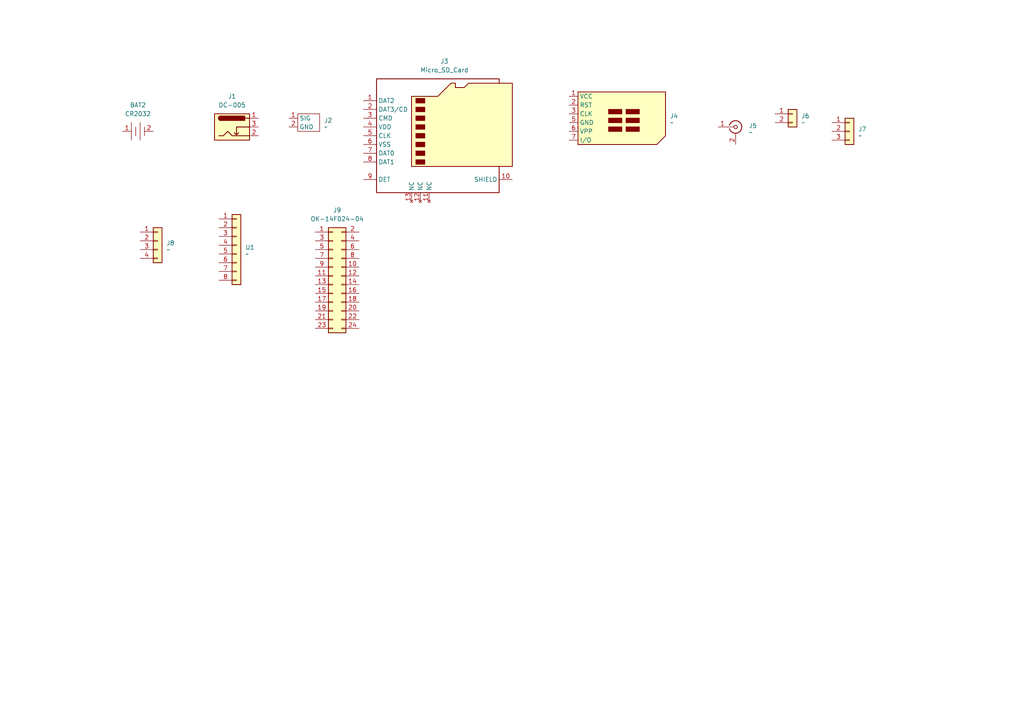
<source format=kicad_sch>
(kicad_sch (version 20241209) (generator "eeschema") (generator_version "9.0")
  (paper "A4")
  (lib_symbols
    (symbol "EXT_Connectors:CR2032"
      (property "Reference" "BAT" (at -0.762 3.556 0))
      (property "Value" "CR2032" (at 0.254 5.08 0))
      (symbol "CR2032_0_1"
        (polyline (pts (xy -2.54 2.54) (xy -2.54 0) (xy -2.54 -1.27)))
        (polyline (pts (xy -2.54 -1.27) (xy -2.54 -2.54)))
        (polyline (pts (xy -2.54 -1.27) (xy -2.54 -1.27)))
        (polyline (pts (xy -1.27 2.54) (xy -1.27 2.54)))
        (polyline (pts (xy -1.27 1.27) (xy -1.27 1.27)))
        (polyline (pts (xy -1.27 1.27) (xy -1.27 -1.27)))
        (polyline (pts (xy -1.27 1.27) (xy -1.27 1.27)))
        (polyline (pts (xy 0 2.54) (xy 0 0) (xy 0 -1.27)))
        (polyline (pts (xy 0 -1.27) (xy 0 -1.27)))
        (polyline (pts (xy 0 -1.27) (xy 0 -2.54)))
        (polyline (pts (xy 1.27 2.54) (xy 1.27 2.54)))
        (polyline (pts (xy 1.27 1.27) (xy 1.27 1.27)))
        (polyline (pts (xy 1.27 1.27) (xy 1.27 1.27)))
        (polyline (pts (xy 1.27 1.27) (xy 1.27 -1.27)))
      )
      (symbol "CR2032_1_1"
        (pin passive line (at -5.08 0 0) (length 2.54) (name "") (number "1"))
        (pin passive line (at 3.81 0 180) (length 2.54) (name "") (number "2"))
      )
    )
    (symbol "EXT_Connectors:DC-005" (pin_names (hide yes))
      (property "Reference" "J" (at 0 5.334 0))
      (property "Value" "DC-005" (at 0 -5.08 0))
      (symbol "DC-005_0_1"
        (rectangle (start -5.08 3.81) (end 5.08 -3.81) (stroke (width 0.254)) (fill (type background)))
        (polyline (pts (xy -3.81 -2.54) (xy -2.54 -2.54) (xy -1.27 -1.27) (xy 0 -2.54) (xy 2.54 -2.54) (xy 5.08 -2.54)) (stroke (width 0.254)))
        (arc (start -3.302 1.905) (mid -3.9343 2.54) (end -3.302 3.175) (stroke (width 0.254)))
        (arc (start -3.302 1.905) (mid -3.9343 2.54) (end -3.302 3.175) (stroke (width 0.254)) (fill (type outline)))
        (polyline (pts (xy 1.27 -2.286) (xy 1.905 -1.651)) (stroke (width 0.254)))
        (rectangle (start 3.683 3.175) (end -3.302 1.905) (stroke (width 0.254)) (fill (type outline)))
        (polyline (pts (xy 5.08 2.54) (xy 3.81 2.54)) (stroke (width 0.254)))
        (polyline (pts (xy 5.08 0) (xy 1.27 0) (xy 1.27 -2.286) (xy 0.635 -1.651)) (stroke (width 0.254)))
      )
      (symbol "DC-005_1_1"
        (pin passive line (at 7.62 2.54 180) (length 2.54) (name "~") (number "1"))
        (pin passive line (at 7.62 0 180) (length 2.54) (name "~") (number "3"))
        (pin passive line (at 7.62 -2.54 180) (length 2.54) (name "~") (number "2"))
      )
    )
    (symbol "EXT_Connectors:IPEX座子"
      (property "Reference" "J" (at 1.27 1.27 0))
      (symbol "IPEX座子_0_1"
        (rectangle (start -3.81 3.81) (end 2.54 -1.27))
      )
      (symbol "IPEX座子_1_1"
        (pin input line (at -6.35 2.54 0) (length 2.54) (name "SIG") (number "1"))
        (pin input line (at -6.35 0 0) (length 2.54) (name "GND") (number "2"))
      )
    )
    (symbol "EXT_Connectors:Micro_SD_Card"
      (property "Reference" "J" (at -16.51 17.78 0))
      (property "Value" "Micro_SD_Card" (at 16.51 17.78 0))
      (symbol "Micro_SD_Card_0_1"
        (polyline (pts (xy -8.89 -8.89) (xy -8.89 11.43) (xy -1.27 11.43) (xy 2.54 15.24) (xy 3.81 15.24) (xy 3.81 13.97) (xy 6.35 13.97) (xy 7.62 15.24) (xy 20.32 15.24) (xy 20.32 -8.89) (xy -8.89 -8.89)) (stroke (width 0.254)) (fill (type background)))
        (rectangle (start -7.62 10.795) (end -5.08 9.525) (stroke (width 0.254)) (fill (type outline)))
        (rectangle (start -7.62 8.255) (end -5.08 6.985) (stroke (width 0.254)) (fill (type outline)))
        (rectangle (start -7.62 5.715) (end -5.08 4.445) (stroke (width 0.254)) (fill (type outline)))
        (rectangle (start -7.62 3.175) (end -5.08 1.905) (stroke (width 0.254)) (fill (type outline)))
        (rectangle (start -7.62 0.635) (end -5.08 -0.635) (stroke (width 0.254)) (fill (type outline)))
        (rectangle (start -7.62 -1.905) (end -5.08 -3.175) (stroke (width 0.254)) (fill (type outline)))
        (rectangle (start -7.62 -4.445) (end -5.08 -5.715) (stroke (width 0.254)) (fill (type outline)))
        (rectangle (start -7.62 -6.985) (end -5.08 -8.255) (stroke (width 0.254)) (fill (type outline)))
        (polyline (pts (xy 16.51 15.24) (xy 16.51 16.51) (xy -19.05 16.51) (xy -19.05 -16.51) (xy 16.51 -16.51) (xy 16.51 -8.89)) (stroke (width 0.254)))
      )
      (symbol "Micro_SD_Card_1_1"
        (pin bidirectional line (at -22.86 10.16 0) (length 3.81) (name "DAT2") (number "1"))
        (pin bidirectional line (at -22.86 7.62 0) (length 3.81) (name "DAT3/CD") (number "2"))
        (pin input line (at -22.86 5.08 0) (length 3.81) (name "CMD") (number "3"))
        (pin power_in line (at -22.86 2.54 0) (length 3.81) (name "VDD") (number "4"))
        (pin input line (at -22.86 0 0) (length 3.81) (name "CLK") (number "5"))
        (pin power_in line (at -22.86 -2.54 0) (length 3.81) (name "VSS") (number "6"))
        (pin bidirectional line (at -22.86 -5.08 0) (length 3.81) (name "DAT0") (number "7"))
        (pin bidirectional line (at -22.86 -7.62 0) (length 3.81) (name "DAT1") (number "8"))
        (pin passive line (at -22.86 -12.7 0) (length 3.81) (name "DET") (number "9"))
        (pin no_connect line (at -8.89 -19.05 90) (length 2.54) (name "NC") (number "13"))
        (pin no_connect line (at -6.35 -19.05 90) (length 2.54) (name "NC") (number "12"))
        (pin no_connect line (at -3.81 -19.05 90) (length 2.54) (name "NC") (number "11"))
        (pin passive line (at 20.32 -12.7 180) (length 3.81) (name "SHIELD") (number "10"))
      )
    )
    (symbol "EXT_Connectors:Micro_SIM_Card"
      (property "Reference" "J" (at 0 0 0))
      (symbol "Micro_SIM_Card_0_1"
        (polyline (pts (xy -13.97 17.78) (xy 11.43 17.78) (xy 11.43 5.08) (xy 8.89 2.54) (xy -13.97 2.54) (xy -13.97 17.78)) (stroke (width 0.254)) (fill (type background)))
        (rectangle (start -5.08 11.43) (end -1.27 12.7) (stroke (width 0.254)) (fill (type outline)))
        (rectangle (start -5.08 8.89) (end -1.27 10.16) (stroke (width 0.254)) (fill (type outline)))
        (rectangle (start -5.08 6.35) (end -1.27 7.62) (stroke (width 0.254)) (fill (type outline)))
        (rectangle (start 0 11.43) (end 3.81 12.7) (stroke (width 0.254)) (fill (type outline)))
        (rectangle (start 0 8.89) (end 3.81 10.16) (stroke (width 0.254)) (fill (type outline)))
        (rectangle (start 0 7.62) (end 3.81 6.35) (stroke (width 0.254)) (fill (type outline)))
      )
      (symbol "Micro_SIM_Card_1_1"
        (pin power_in line (at -16.51 16.51 0) (length 2.54) (name "VCC") (number "1"))
        (pin input line (at -16.51 13.97 0) (length 2.54) (name "RST") (number "2"))
        (pin input line (at -16.51 11.43 0) (length 2.54) (name "CLK") (number "3"))
        (pin power_in line (at -16.51 8.89 0) (length 2.54) (name "GND") (number "5"))
        (pin input line (at -16.51 6.35 0) (length 2.54) (name "VPP") (number "6"))
        (pin bidirectional line (at -16.51 3.81 0) (length 2.54) (name "I/O") (number "7"))
      )
    )
    (symbol "EXT_Connectors:SMA-KWE"
      (property "Reference" "J" (at 0 0 0))
      (symbol "SMA-KWE_0_1"
        (polyline (pts (xy 0 2.54) (xy 2.032 2.54)))
        (arc (start 4.318 2.54) (mid 2.762 0.7321) (end 0.762 2.032) (stroke (width 0.254)))
        (arc (start 0.762 3.048) (mid 2.7621 4.3484) (end 4.318 2.54) (stroke (width 0.254)))
        (circle (center 2.54 2.54) (radius 0.508) (stroke (width 0.2032)))
        (polyline (pts (xy 2.54 0) (xy 2.54 0.762)))
      )
      (symbol "SMA-KWE_1_1"
        (pin passive line (at -2.54 2.54 0) (length 2.54) (name "") (number "1"))
        (pin passive line (at 2.54 -2.54 90) (length 2.54) (name "") (number "2"))
      )
    )
    (symbol "EXT_Connectors:TH_2P-P5.08"
      (property "Reference" "J" (at 0 0 0))
      (symbol "TH_2P-P5.08_1_1"
        (rectangle (start -1.27 6.35) (end 1.27 1.27) (stroke (width 0.254)) (fill (type background)))
        (rectangle (start -1.27 5.207) (end 0 4.953) (stroke (width 0.1524)))
        (rectangle (start -1.27 2.667) (end 0 2.413) (stroke (width 0.1524)))
        (pin passive line (at -5.08 5.08 0) (length 3.81) (name "") (number "1"))
        (pin passive line (at -5.08 2.54 0) (length 3.81) (name "") (number "2"))
      )
    )
    (symbol "EXT_Connectors:TH_3P-P5.08"
      (property "Reference" "J" (at 0 0 0))
      (symbol "TH_3P-P5.08_1_1"
        (rectangle (start 0 8.89) (end 2.54 1.27) (stroke (width 0.254)) (fill (type background)))
        (rectangle (start 0 7.747) (end 1.27 7.493) (stroke (width 0.1524)))
        (rectangle (start 0 5.207) (end 1.27 4.953) (stroke (width 0.1524)))
        (rectangle (start 0 2.667) (end 1.27 2.413) (stroke (width 0.1524)))
        (pin passive line (at -3.81 7.62 0) (length 3.81) (name "") (number "1"))
        (pin passive line (at -3.81 5.08 0) (length 3.81) (name "") (number "2"))
        (pin passive line (at -3.81 2.54 0) (length 3.81) (name "") (number "3"))
      )
    )
    (symbol "EXT_Connectors:TH_4P-P5.08_KF2EDGRC-5.08-4P"
      (property "Reference" "J" (at 0 0 0))
      (symbol "TH_4P-P5.08_KF2EDGRC-5.08-4P_1_1"
        (rectangle (start 1.27 11.43) (end 3.81 1.27) (stroke (width 0.254)) (fill (type background)))
        (rectangle (start 1.27 10.287) (end 2.54 10.033) (stroke (width 0.1524)))
        (rectangle (start 1.27 7.747) (end 2.54 7.493) (stroke (width 0.1524)))
        (rectangle (start 1.27 5.207) (end 2.54 4.953) (stroke (width 0.1524)))
        (rectangle (start 1.27 2.667) (end 2.54 2.413) (stroke (width 0.1524)))
        (pin passive line (at -2.54 10.16 0) (length 3.81) (name "") (number "1"))
        (pin passive line (at -2.54 7.62 0) (length 3.81) (name "") (number "2"))
        (pin passive line (at -2.54 5.08 0) (length 3.81) (name "") (number "3"))
        (pin passive line (at -2.54 2.54 0) (length 3.81) (name "") (number "4"))
      )
    )
    (symbol "EXT_Connectors:TH_XY2500V-F-3.5-8P"
      (property "Reference" "U" (at 6.35 1.016 0))
      (symbol "TH_XY2500V-F-3.5-8P_1_1"
        (rectangle (start 2.54 11.43) (end 5.08 -8.89) (stroke (width 0.254)) (fill (type background)))
        (rectangle (start 2.54 10.287) (end 3.81 10.033) (stroke (width 0.1524)))
        (rectangle (start 2.54 7.747) (end 3.81 7.493) (stroke (width 0.1524)))
        (rectangle (start 2.54 5.207) (end 3.81 4.953) (stroke (width 0.1524)))
        (rectangle (start 2.54 2.667) (end 3.81 2.413) (stroke (width 0.1524)))
        (rectangle (start 2.54 0.127) (end 3.81 -0.127) (stroke (width 0.1524)))
        (rectangle (start 2.54 -2.413) (end 3.81 -2.667) (stroke (width 0.1524)))
        (rectangle (start 2.54 -4.953) (end 3.81 -5.207) (stroke (width 0.1524)))
        (rectangle (start 2.54 -7.493) (end 3.81 -7.747) (stroke (width 0.1524)))
        (pin passive line (at -1.27 10.16 0) (length 3.81) (name "") (number "1"))
        (pin passive line (at -1.27 7.62 0) (length 3.81) (name "") (number "2"))
        (pin passive line (at -1.27 5.08 0) (length 3.81) (name "") (number "3"))
        (pin passive line (at -1.27 2.54 0) (length 3.81) (name "") (number "4"))
        (pin passive line (at -1.27 0 0) (length 3.81) (name "") (number "5"))
        (pin passive line (at -1.27 -2.54 0) (length 3.81) (name "") (number "6"))
        (pin passive line (at -1.27 -5.08 0) (length 3.81) (name "") (number "7"))
        (pin passive line (at -1.27 -7.62 0) (length 3.81) (name "") (number "8"))
      )
    )
    (symbol "EXT_Connectors:亚奇连接器-OK-14F024-04"
      (property "Reference" "J" (at 0 0 0))
      (property "Value" "OK-14F024-04" (at 0 0 0))
      (symbol "亚奇连接器-OK-14F024-04_1_1"
        (rectangle (start -2.54 31.75) (end 2.54 1.27) (stroke (width 0.254)) (fill (type background)))
        (rectangle (start -2.54 30.607) (end -1.27 30.353) (stroke (width 0.1524)))
        (rectangle (start -2.54 28.067) (end -1.27 27.813) (stroke (width 0.1524)))
        (rectangle (start -2.54 25.527) (end -1.27 25.273) (stroke (width 0.1524)))
        (rectangle (start -2.54 22.987) (end -1.27 22.733) (stroke (width 0.1524)))
        (rectangle (start -2.54 20.447) (end -1.27 20.193) (stroke (width 0.1524)))
        (rectangle (start -2.54 17.907) (end -1.27 17.653) (stroke (width 0.1524)))
        (rectangle (start -2.54 15.367) (end -1.27 15.113) (stroke (width 0.1524)))
        (rectangle (start -2.54 12.827) (end -1.27 12.573) (stroke (width 0.1524)))
        (rectangle (start -2.54 10.287) (end -1.27 10.033) (stroke (width 0.1524)))
        (rectangle (start -2.54 7.747) (end -1.27 7.493) (stroke (width 0.1524)))
        (rectangle (start -2.54 5.207) (end -1.27 4.953) (stroke (width 0.1524)))
        (rectangle (start -2.54 2.667) (end -1.27 2.413) (stroke (width 0.1524)))
        (rectangle (start 2.54 30.607) (end 1.27 30.353) (stroke (width 0.1524)))
        (rectangle (start 2.54 28.067) (end 1.27 27.813) (stroke (width 0.1524)))
        (rectangle (start 2.54 25.527) (end 1.27 25.273) (stroke (width 0.1524)))
        (rectangle (start 2.54 22.987) (end 1.27 22.733) (stroke (width 0.1524)))
        (rectangle (start 2.54 20.447) (end 1.27 20.193) (stroke (width 0.1524)))
        (rectangle (start 2.54 17.907) (end 1.27 17.653) (stroke (width 0.1524)))
        (rectangle (start 2.54 15.367) (end 1.27 15.113) (stroke (width 0.1524)))
        (rectangle (start 2.54 12.827) (end 1.27 12.573) (stroke (width 0.1524)))
        (rectangle (start 2.54 10.287) (end 1.27 10.033) (stroke (width 0.1524)))
        (rectangle (start 2.54 7.747) (end 1.27 7.493) (stroke (width 0.1524)))
        (rectangle (start 2.54 5.207) (end 1.27 4.953) (stroke (width 0.1524)))
        (rectangle (start 2.54 2.667) (end 1.27 2.413) (stroke (width 0.1524)))
        (pin passive line (at -6.35 30.48 0) (length 3.81) (name "") (number "1"))
        (pin passive line (at -6.35 27.94 0) (length 3.81) (name "") (number "3"))
        (pin passive line (at -6.35 25.4 0) (length 3.81) (name "") (number "5"))
        (pin passive line (at -6.35 22.86 0) (length 3.81) (name "") (number "7"))
        (pin passive line (at -6.35 20.32 0) (length 3.81) (name "") (number "9"))
        (pin passive line (at -6.35 17.78 0) (length 3.81) (name "") (number "11"))
        (pin passive line (at -6.35 15.24 0) (length 3.81) (name "") (number "13"))
        (pin passive line (at -6.35 12.7 0) (length 3.81) (name "") (number "15"))
        (pin passive line (at -6.35 10.16 0) (length 3.81) (name "") (number "17"))
        (pin passive line (at -6.35 7.62 0) (length 3.81) (name "") (number "19"))
        (pin passive line (at -6.35 5.08 0) (length 3.81) (name "") (number "21"))
        (pin passive line (at -6.35 2.54 0) (length 3.81) (name "") (number "23"))
        (pin passive line (at 6.35 30.48 180) (length 3.81) (name "") (number "2"))
        (pin passive line (at 6.35 27.94 180) (length 3.81) (name "") (number "4"))
        (pin passive line (at 6.35 25.4 180) (length 3.81) (name "") (number "6"))
        (pin passive line (at 6.35 22.86 180) (length 3.81) (name "") (number "8"))
        (pin passive line (at 6.35 20.32 180) (length 3.81) (name "") (number "10"))
        (pin passive line (at 6.35 17.78 180) (length 3.81) (name "") (number "12"))
        (pin passive line (at 6.35 15.24 180) (length 3.81) (name "") (number "14"))
        (pin passive line (at 6.35 12.7 180) (length 3.81) (name "") (number "16"))
        (pin passive line (at 6.35 10.16 180) (length 3.81) (name "") (number "18"))
        (pin passive line (at 6.35 7.62 180) (length 3.81) (name "") (number "20"))
        (pin passive line (at 6.35 5.08 180) (length 3.81) (name "") (number "22"))
        (pin passive line (at 6.35 2.54 180) (length 3.81) (name "") (number "24"))
      )
    )
  )
  (symbol (lib_id "EXT_Connectors:Micro_SIM_Card") (at 181.61 44.45 0) (unit 1)
    (property "Reference" "J4" (at 194.31 33.6549 0) (effects (justify left)))
    (property "Value" "~" (at 194.31 35.56 0) (effects (justify left)))
    (property "Footprint" "EXT_Connectors_SMD:自弹式micro-SIM卡-卡座-6P-SIM卡连接器SMD" (effects (hide yes)))
  )
  (symbol (lib_id "EXT_Connectors:TH_3P-P5.08") (at 245.11 43.18 0) (unit 1)
    (property "Reference" "J7" (at 248.92 37.4649 0) (effects (justify left)))
    (property "Value" "~" (at 248.92 39.37 0) (effects (justify left)))
    (property "Footprint" "EXT_Connectors_THT:CONN-TH_3P-P5.08" (effects (hide yes)))
  )
  (symbol (lib_id "EXT_Connectors:DC-005") (at 67.31 36.83 0) (unit 1)
    (property "Reference" "J1" (at 67.31 27.94 0))
    (property "Value" "DC-005" (at 67.31 30.48 0))
    (property "Footprint" "EXT_Connectors_THT:DC-005" (effects (hide yes)))
    (property "Description" "DC Barrel Jack with an internal switch" (effects (hide yes)))
  )
  (symbol (lib_id "EXT_Connectors:Micro_SD_Card") (at 128.27 39.37 0) (unit 1)
    (property "Reference" "J3" (at 128.905 17.78 0))
    (property "Value" "Micro_SD_Card" (at 128.905 20.32 0))
    (property "Footprint" "EXT_Connectors_SMD:自弹式micro-SD卡(TF卡)卡座-外焊式" (effects (hide yes)))
    (property "Datasheet" "https://datasheet.lcsc.com/lcsc/2110151630_XKB-Connectivity-XKTF-015-N_C381082.pdf" (effects (hide yes)))
    (property "Description" "Micro SD Card Socket with one card detection pin" (effects (hide yes)))
  )
  (symbol (lib_id "EXT_Connectors:TH_XY2500V-F-3.5-8P") (at 64.77 73.66 0) (unit 1)
    (property "Reference" "U1" (at 71.12 71.7549 0) (effects (justify left)))
    (property "Value" "~" (at 71.12 73.66 0) (effects (justify left)))
    (property "Footprint" "EXT_Connectors_THT:CONN-TH_XY2500V-F-3.5-8P" (effects (hide yes)))
  )
  (symbol (lib_id "EXT_Connectors:CR2032") (at 40.64 38.1 0) (unit 1)
    (property "Reference" "BAT2" (at 40.005 30.48 0))
    (property "Value" "CR2032" (at 40.005 33.02 0))
    (property "Footprint" "EXT_Connectors_THT:BAT-TH_BS-2-1" (effects (hide yes)))
  )
  (symbol (lib_id "EXT_Connectors:SMA-KWE") (at 210.82 39.37 0) (unit 1)
    (property "Reference" "J5" (at 217.17 36.4881 0) (effects (justify left)))
    (property "Value" "~" (at 217.17 38.3932 0) (effects (justify left)))
    (property "Footprint" "EXT_Connectors_THT:SMA-KWE" (effects (hide yes)))
  )
  (symbol (lib_id "EXT_Connectors:IPEX座子") (at 90.17 36.83 0) (unit 1)
    (property "Reference" "J2" (at 93.98 34.9249 0) (effects (justify left)))
    (property "Value" "~" (at 93.98 36.83 0) (effects (justify left)))
    (property "Footprint" "Connector_Coaxial:U.FL_Hirose_U.FL-R-SMT-1_Vertical" (effects (hide yes)))
  )
  (symbol (lib_id "EXT_Connectors:TH_2P-P5.08") (at 229.87 38.1 0) (unit 1)
    (property "Reference" "J6" (at 232.41 33.6549 0) (effects (justify left)))
    (property "Value" "~" (at 232.41 35.56 0) (effects (justify left)))
    (property "Footprint" "EXT_Connectors_THT:CONN-TH_2P-P5.08" (effects (hide yes)))
  )
  (symbol (lib_id "EXT_Connectors:亚奇连接器-OK-14F024-04") (at 97.79 97.79 0) (unit 1)
    (property "Reference" "J9" (at 97.79 60.96 0))
    (property "Value" "OK-14F024-04" (at 97.79 63.5 0))
    (property "Footprint" "EXT_Connectors_SMD:亚奇连接器-OK-14F024-04" (effects (hide yes)))
  )
  (symbol (lib_id "EXT_Connectors:TH_4P-P5.08_KF2EDGRC-5.08-4P") (at 43.18 77.47 0) (unit 1)
    (property "Reference" "J8" (at 48.26 70.4849 0) (effects (justify left)))
    (property "Value" "~" (at 48.26 72.39 0) (effects (justify left)))
    (property "Footprint" "EXT_Connectors_THT:CONN-TH_4P-P5.08_KF2EDGRC-5.08-4P" (effects (hide yes)))
  )
)
</source>
